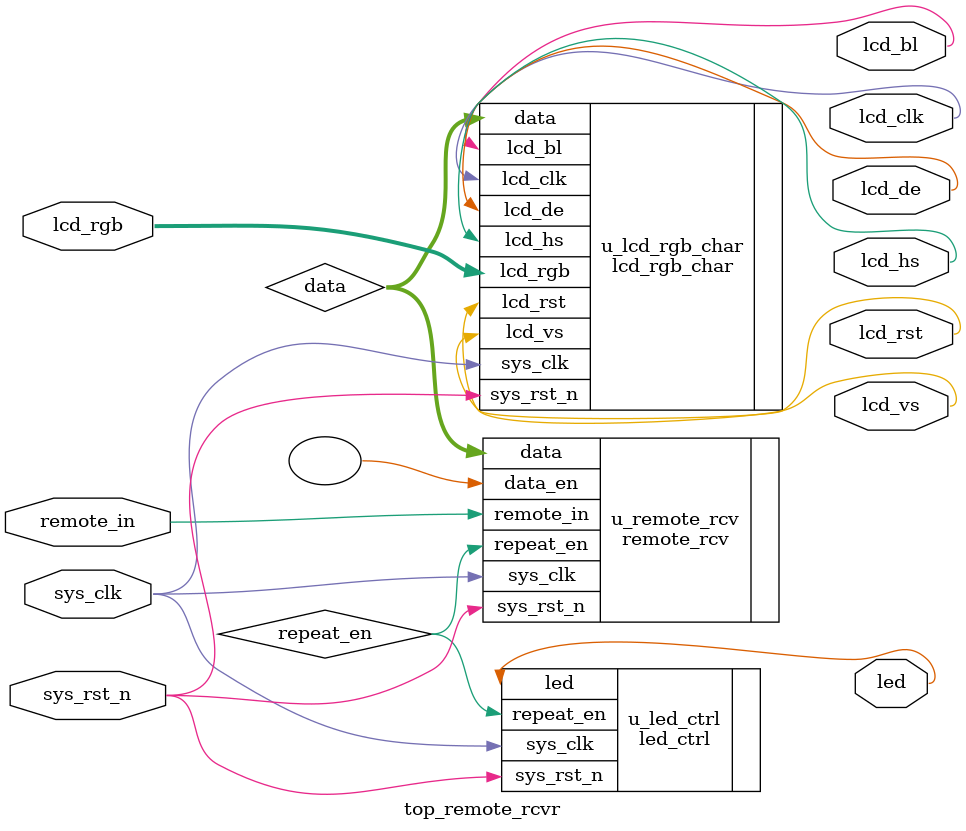
<source format=v>

module top_remote_rcvr#(
    //parameter define
    parameter       CHAR_POS_X   = 11'd1            ,   // ×Ö·ûÇøÓòÆðÊ¼µãºá×ø±ê
    parameter       CHAR_POS_Y   = 11'd1            ,   // ×Ö·ûÇøÓòÆðÊ¼µã×Ý×ø±ê
    parameter       CHAR_WIDTH   = 11'd88           ,   // ×Ö·ûÇøÓò¿í¶È
    parameter       CHAR_HEIGHT  = 11'd16           ,   // ×Ö·ûÇøÓò¸ß¶È
    parameter       WHITE        = 24'hFFFFFF       ,   // ±³¾°É«£¬°×É«
    parameter       BLACK        = 24'h0                // ×Ö·ûÑÕÉ«£¬ºÚÉ«
)(
    input             sys_clk  ,    //ÏµÍ³Ê±ÖÓ 
    input             sys_rst_n,    //ÏµÍ³¸´Î»ÐÅºÅ£¬µÍµçÆ½ÓÐÐ§
    input             remote_in,    //ºìÍâ½ÓÊÕÐÅºÅ

	output             lcd_hs     ,             // LCD ÐÐÍ¬²½ÐÅºÅ
	output             lcd_vs     ,             // LCD ³¡Í¬²½ÐÅºÅ
	output             lcd_de     ,             // LCD Êý¾ÝÊäÈëÊ¹ÄÜ
	inout      [23:0]  lcd_rgb    ,             // LCD RGBÑÕÉ«Êý¾Ý
	output             lcd_bl     ,             // LCD ±³¹â¿ØÖÆÐÅºÅ
	output             lcd_clk    ,             // LCD ²ÉÑùÊ±ÖÓ
    output             lcd_rst    ,
    output             led                      //ledµÆ
);

//wire define
wire  [7:0]   data       ;
wire          repeat_en  ;

//*****************************************************
//**                    main code
//*****************************************************


//HS0038BÇý¶¯Ä£¿é
remote_rcv u_remote_rcv(               
    .sys_clk        (sys_clk),  
    .sys_rst_n      (sys_rst_n),    
    .remote_in      (remote_in),
    .repeat_en      (repeat_en),                
    .data_en        (),
    .data           (data)
    );

led_ctrl  u_led_ctrl(
    .sys_clk       (sys_clk),
    .sys_rst_n     (sys_rst_n),
    .repeat_en     (repeat_en),
    .led           (led)
    );

//Àý»¯LCDÏÔÊ¾Ä£¿é
lcd_rgb_char 
#(
    .CHAR_POS_X     (CHAR_POS_X ),
    .CHAR_POS_Y     (CHAR_POS_Y ),
    .CHAR_WIDTH     (CHAR_WIDTH ),
    .CHAR_HEIGHT    (CHAR_HEIGHT),
    .WHITE          (WHITE      ),
    .BLACK          (BLACK      )
)
u_lcd_rgb_char(
    .sys_clk        (sys_clk    ),
    .sys_rst_n      (sys_rst_n  ),
    .data           (data       ),     
    .lcd_hs         (lcd_hs     ),          // LCD ÐÐÍ¬²½ÐÅºÅ
    .lcd_vs         (lcd_vs     ),          // LCD ³¡Í¬²½ÐÅºÅ
    .lcd_de         (lcd_de     ),          // LCD Êý¾ÝÊäÈëÊ¹ÄÜ
    .lcd_rgb        (lcd_rgb    ),          // LCD RGB888ÑÕÉ«Êý¾Ý
    .lcd_bl         (lcd_bl     ),          // LCD ±³¹â¿ØÖÆÐÅºÅ
    .lcd_clk        (lcd_clk    ),          // LCD ²ÉÑùÊ±ÖÓ
    .lcd_rst        (lcd_rst    )
);

endmodule
</source>
